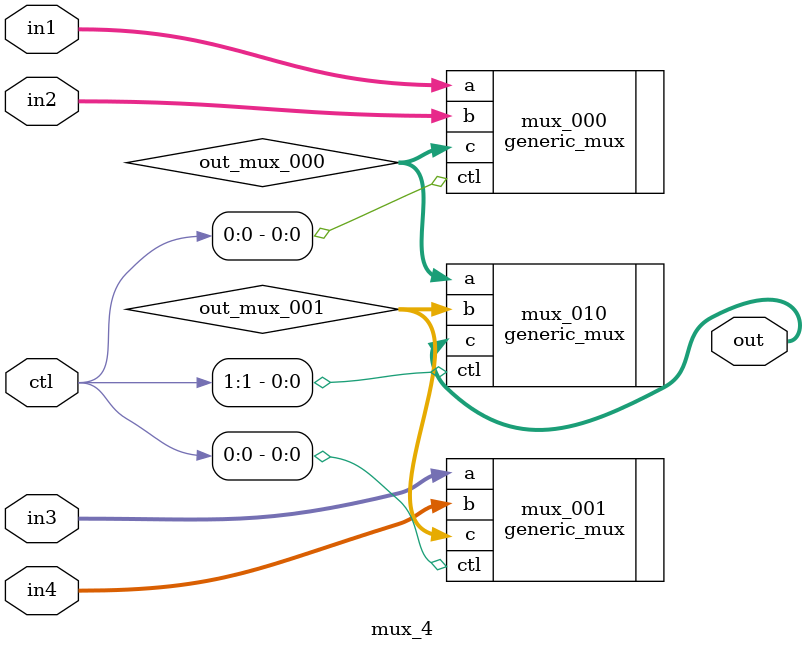
<source format=v>
/**
 * @Author: German Cano Quiveu <germancq>
 * @Date:   2019-03-01T13:45:04+01:00
 * @Email:  germancq@dte.us.es
 * @Filename: mux_8.v
 * @Last modified by:   germancq
 * @Last modified time: 2019-03-01T17:10:58+01:00
 */
module mux_4 #(parameter DATA_WIDTH=4)
(
  input [DATA_WIDTH-1:0] in1,
 	input [DATA_WIDTH-1:0] in2,
  input [DATA_WIDTH-1:0] in3,
  input [DATA_WIDTH-1:0] in4,
 	output [DATA_WIDTH-1:0] out,
 	input [1:0] ctl
);

wire [DATA_WIDTH-1:0] out_mux_000;

generic_mux #(.DATA_WIDTH(DATA_WIDTH)) mux_000(
  .a(in1),
  .b(in2),
  .c(out_mux_000),
  .ctl(ctl[0])
  );

wire [DATA_WIDTH-1:0] out_mux_001;

generic_mux #(.DATA_WIDTH(DATA_WIDTH)) mux_001(
  .a(in3),
  .b(in4),
  .c(out_mux_001),
  .ctl(ctl[0])
  );


wire [DATA_WIDTH-1:0] out_mux_010;

generic_mux #(.DATA_WIDTH(DATA_WIDTH)) mux_010(
  .a(out_mux_000),
  .b(out_mux_001),
  .c(out),
  .ctl(ctl[1])
  );


endmodule

</source>
